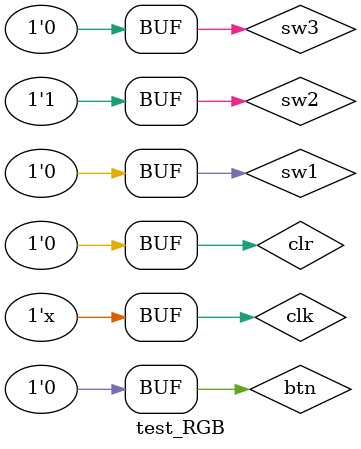
<source format=v>
`timescale 1ns / 1ps


module test_RGB;

	// Inputs
	reg clk;
	reg clr;
	reg sw1;
	reg sw2;
	reg sw3;
	reg btn;

	// Outputs
	wire [2:0] RGB;

	// Instantiate the Unit Under Test (UUT)
	RGB_IN uut (
		.clk(clk), 
		.clr(clr), 
		.sw1(sw1), 
		.sw2(sw2), 
		.sw3(sw3), 
		.btn(btn), 
		.RGB(RGB)
	);

	initial begin
		// Initialize Inputs
		clk = 0;
		clr = 0;
		btn = 0;
		sw1 = 1;
		sw1 = 2;
		sw1 = 3;
		// Wait 100 ns for global reset to finish
		#300; 
      clr = 1;
		#100;
		clr = 0;
		#100; 
		sw1 = 1;
		sw2 = 0;
		sw3 = 1;
		#100;
		btn = 1;
		#100;
		btn = 0;
		#200;
		sw1 = 0;
		sw2 = 0;
		sw3 = 1;
		#200;
		sw1 = 0;
		sw2 = 0;
		sw3 = 1;
		#200;
		btn = 1;
		#100;
		btn = 0;
		#100;
		sw1 = 1;
		sw2 = 1;
		sw3 = 1;
		#100;
		sw1 = 1;
		sw2 = 0;
		sw3 = 0;
		#100;
		sw1 = 0;
		sw2 = 1;
		sw3 = 0;
		btn = 1;
		#100;
		btn = 0;
		// Add stimulus here

	end
       always  begin
		#10	clk = ~clk;
		end    
endmodule


</source>
